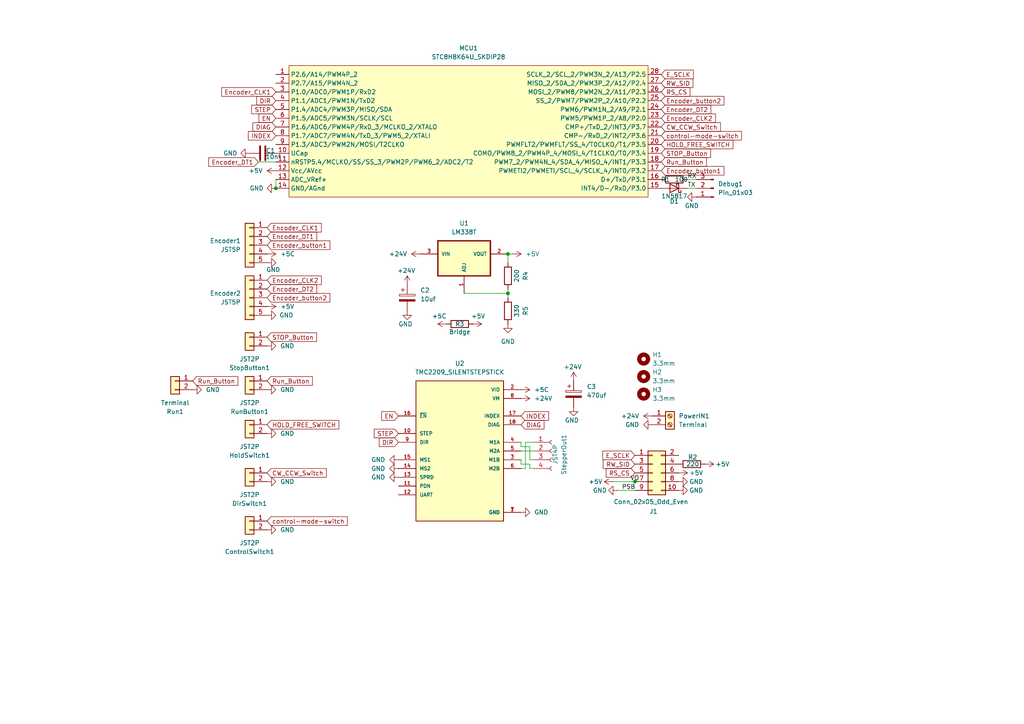
<source format=kicad_sch>
(kicad_sch (version 20231120) (generator "eeschema") (generator_version "8.0")
  (paper "A4")
  (lib_symbols
    (symbol "Connector:Conn_01x03_Pin" (pin_names (offset 1.016) hide)
      (property "Reference" "J" (at 0 5.08 0))
      (property "Value" "Conn_01x03_Pin" (at 0 -5.08 0))
      (symbol "Conn_01x03_Pin_1_1"
        (polyline (pts (xy 1.27 -2.54) (xy 0.8636 -2.54)) (stroke (width 0.1524)))
        (polyline (pts (xy 1.27 0) (xy 0.8636 0)) (stroke (width 0.1524)))
        (polyline (pts (xy 1.27 2.54) (xy 0.8636 2.54)) (stroke (width 0.1524)))
        (rectangle (start 0.8636 -2.413) (end 0 -2.667) (stroke (width 0.1524)) (fill (type outline)))
        (rectangle (start 0.8636 0.127) (end 0 -0.127) (stroke (width 0.1524)) (fill (type outline)))
        (rectangle (start 0.8636 2.667) (end 0 2.413) (stroke (width 0.1524)) (fill (type outline)))
        (pin passive line (at 5.08 2.54 180) (length 3.81) (name "Pin_1") (number "1"))
        (pin passive line (at 5.08 0 180) (length 3.81) (name "Pin_2") (number "2"))
        (pin passive line (at 5.08 -2.54 180) (length 3.81) (name "Pin_3") (number "3"))
      )
    )
    (symbol "Connector:Conn_01x04_Socket" (pin_names (offset 1.016) hide)
      (property "Reference" "J" (at 0 5.08 0))
      (property "Value" "Conn_01x04_Socket" (at 0 -7.62 0))
      (symbol "Conn_01x04_Socket_1_1"
        (arc (start 0 -4.572) (mid -0.5058 -5.08) (end 0 -5.588) (stroke (width 0.1524)))
        (arc (start 0 -2.032) (mid -0.5058 -2.54) (end 0 -3.048) (stroke (width 0.1524)))
        (polyline (pts (xy -1.27 -5.08) (xy -0.508 -5.08)) (stroke (width 0.1524)))
        (polyline (pts (xy -1.27 -2.54) (xy -0.508 -2.54)) (stroke (width 0.1524)))
        (polyline (pts (xy -1.27 0) (xy -0.508 0)) (stroke (width 0.1524)))
        (polyline (pts (xy -1.27 2.54) (xy -0.508 2.54)) (stroke (width 0.1524)))
        (arc (start 0 0.508) (mid -0.5058 0) (end 0 -0.508) (stroke (width 0.1524)))
        (arc (start 0 3.048) (mid -0.5058 2.54) (end 0 2.032) (stroke (width 0.1524)))
        (pin passive line (at -5.08 2.54 0) (length 3.81) (name "Pin_1") (number "1"))
        (pin passive line (at -5.08 0 0) (length 3.81) (name "Pin_2") (number "2"))
        (pin passive line (at -5.08 -2.54 0) (length 3.81) (name "Pin_3") (number "3"))
        (pin passive line (at -5.08 -5.08 0) (length 3.81) (name "Pin_4") (number "4"))
      )
    )
    (symbol "Connector:Screw_Terminal_01x02" (pin_names (offset 1.016) hide)
      (property "Reference" "J" (at 0 2.54 0))
      (property "Value" "Screw_Terminal_01x02" (at 0 -5.08 0))
      (symbol "Screw_Terminal_01x02_1_1"
        (rectangle (start -1.27 1.27) (end 1.27 -3.81) (stroke (width 0.254)) (fill (type background)))
        (circle (center 0 -2.54) (radius 0.635) (stroke (width 0.1524)))
        (polyline (pts (xy -0.5334 -2.2098) (xy 0.3302 -3.048)) (stroke (width 0.1524)))
        (polyline (pts (xy -0.5334 0.3302) (xy 0.3302 -0.508)) (stroke (width 0.1524)))
        (polyline (pts (xy -0.3556 -2.032) (xy 0.508 -2.8702)) (stroke (width 0.1524)))
        (polyline (pts (xy -0.3556 0.508) (xy 0.508 -0.3302)) (stroke (width 0.1524)))
        (circle (center 0 0) (radius 0.635) (stroke (width 0.1524)))
        (pin passive line (at -5.08 0 0) (length 3.81) (name "Pin_1") (number "1"))
        (pin passive line (at -5.08 -2.54 0) (length 3.81) (name "Pin_2") (number "2"))
      )
    )
    (symbol "Connector_Generic:Conn_01x02" (pin_names (offset 1.016) hide)
      (property "Reference" "J" (at 0 2.54 0))
      (property "Value" "Conn_01x02" (at 0 -5.08 0))
      (symbol "Conn_01x02_1_1"
        (rectangle (start -1.27 -2.413) (end 0 -2.667) (stroke (width 0.1524)))
        (rectangle (start -1.27 0.127) (end 0 -0.127) (stroke (width 0.1524)))
        (rectangle (start -1.27 1.27) (end 1.27 -3.81) (stroke (width 0.254)) (fill (type background)))
        (pin passive line (at -5.08 0 0) (length 3.81) (name "Pin_1") (number "1"))
        (pin passive line (at -5.08 -2.54 0) (length 3.81) (name "Pin_2") (number "2"))
      )
    )
    (symbol "Connector_Generic:Conn_01x05" (pin_names (offset 1.016) hide)
      (property "Reference" "J" (at 0 7.62 0))
      (property "Value" "Conn_01x05" (at 0 -7.62 0))
      (symbol "Conn_01x05_1_1"
        (rectangle (start -1.27 -4.953) (end 0 -5.207) (stroke (width 0.1524)))
        (rectangle (start -1.27 -2.413) (end 0 -2.667) (stroke (width 0.1524)))
        (rectangle (start -1.27 0.127) (end 0 -0.127) (stroke (width 0.1524)))
        (rectangle (start -1.27 2.667) (end 0 2.413) (stroke (width 0.1524)))
        (rectangle (start -1.27 5.207) (end 0 4.953) (stroke (width 0.1524)))
        (rectangle (start -1.27 6.35) (end 1.27 -6.35) (stroke (width 0.254)) (fill (type background)))
        (pin passive line (at -5.08 5.08 0) (length 3.81) (name "Pin_1") (number "1"))
        (pin passive line (at -5.08 2.54 0) (length 3.81) (name "Pin_2") (number "2"))
        (pin passive line (at -5.08 0 0) (length 3.81) (name "Pin_3") (number "3"))
        (pin passive line (at -5.08 -2.54 0) (length 3.81) (name "Pin_4") (number "4"))
        (pin passive line (at -5.08 -5.08 0) (length 3.81) (name "Pin_5") (number "5"))
      )
    )
    (symbol "Connector_Generic:Conn_02x05_Odd_Even" (pin_names (offset 1.016) hide)
      (property "Reference" "J" (at 1.27 7.62 0))
      (property "Value" "Conn_02x05_Odd_Even" (at 1.27 -7.62 0))
      (symbol "Conn_02x05_Odd_Even_1_1"
        (rectangle (start -1.27 -4.953) (end 0 -5.207) (stroke (width 0.1524)))
        (rectangle (start -1.27 -2.413) (end 0 -2.667) (stroke (width 0.1524)))
        (rectangle (start -1.27 0.127) (end 0 -0.127) (stroke (width 0.1524)))
        (rectangle (start -1.27 2.667) (end 0 2.413) (stroke (width 0.1524)))
        (rectangle (start -1.27 5.207) (end 0 4.953) (stroke (width 0.1524)))
        (rectangle (start -1.27 6.35) (end 3.81 -6.35) (stroke (width 0.254)) (fill (type background)))
        (rectangle (start 3.81 -4.953) (end 2.54 -5.207) (stroke (width 0.1524)))
        (rectangle (start 3.81 -2.413) (end 2.54 -2.667) (stroke (width 0.1524)))
        (rectangle (start 3.81 0.127) (end 2.54 -0.127) (stroke (width 0.1524)))
        (rectangle (start 3.81 2.667) (end 2.54 2.413) (stroke (width 0.1524)))
        (rectangle (start 3.81 5.207) (end 2.54 4.953) (stroke (width 0.1524)))
        (pin passive line (at -5.08 5.08 0) (length 3.81) (name "Pin_1") (number "1"))
        (pin passive line (at 7.62 -5.08 180) (length 3.81) (name "Pin_10") (number "10"))
        (pin passive line (at 7.62 5.08 180) (length 3.81) (name "Pin_2") (number "2"))
        (pin passive line (at -5.08 2.54 0) (length 3.81) (name "Pin_3") (number "3"))
        (pin passive line (at 7.62 2.54 180) (length 3.81) (name "Pin_4") (number "4"))
        (pin passive line (at -5.08 0 0) (length 3.81) (name "Pin_5") (number "5"))
        (pin passive line (at 7.62 0 180) (length 3.81) (name "Pin_6") (number "6"))
        (pin passive line (at -5.08 -2.54 0) (length 3.81) (name "Pin_7") (number "7"))
        (pin passive line (at 7.62 -2.54 180) (length 3.81) (name "Pin_8") (number "8"))
        (pin passive line (at -5.08 -5.08 0) (length 3.81) (name "Pin_9") (number "9"))
      )
    )
    (symbol "Device:C" (pin_numbers hide) (pin_names (offset 0.254))
      (property "Reference" "C" (at 0.635 2.54 0))
      (property "Value" "C" (at 0.635 -2.54 0))
      (symbol "C_0_1"
        (polyline (pts (xy -2.032 -0.762) (xy 2.032 -0.762)) (stroke (width 0.508)))
        (polyline (pts (xy -2.032 0.762) (xy 2.032 0.762)) (stroke (width 0.508)))
      )
      (symbol "C_1_1"
        (pin passive line (at 0 3.81 270) (length 2.794) (name "~") (number "1"))
        (pin passive line (at 0 -3.81 90) (length 2.794) (name "~") (number "2"))
      )
    )
    (symbol "Device:C_Polarized" (pin_numbers hide) (pin_names (offset 0.254))
      (property "Reference" "C" (at 0.635 2.54 0))
      (property "Value" "C_Polarized" (at 0.635 -2.54 0))
      (symbol "C_Polarized_0_1"
        (rectangle (start -2.286 0.508) (end 2.286 1.016))
        (polyline (pts (xy -1.778 2.286) (xy -0.762 2.286)))
        (polyline (pts (xy -1.27 2.794) (xy -1.27 1.778)))
        (rectangle (start 2.286 -0.508) (end -2.286 -1.016) (fill (type outline)))
      )
      (symbol "C_Polarized_1_1"
        (pin passive line (at 0 3.81 270) (length 2.794) (name "~") (number "1"))
        (pin passive line (at 0 -3.81 90) (length 2.794) (name "~") (number "2"))
      )
    )
    (symbol "Device:R" (pin_numbers hide) (pin_names (offset 0))
      (property "Reference" "R" (at 2.032 0 90))
      (property "Value" "R" (at 0 0 90))
      (symbol "R_0_1"
        (rectangle (start -1.016 -2.54) (end 1.016 2.54) (stroke (width 0.254)))
      )
      (symbol "R_1_1"
        (pin passive line (at 0 3.81 270) (length 1.27) (name "~") (number "1"))
        (pin passive line (at 0 -3.81 90) (length 1.27) (name "~") (number "2"))
      )
    )
    (symbol "Diode:1N5817" (pin_numbers hide) (pin_names (offset 1.016) hide)
      (property "Reference" "D" (at 0 2.54 0))
      (property "Value" "1N5817" (at 0 -2.54 0))
      (symbol "1N5817_0_1"
        (polyline (pts (xy 1.27 0) (xy -1.27 0)))
        (polyline (pts (xy 1.27 1.27) (xy 1.27 -1.27) (xy -1.27 0) (xy 1.27 1.27)) (stroke (width 0.254)))
        (polyline (pts (xy -1.905 0.635) (xy -1.905 1.27) (xy -1.27 1.27) (xy -1.27 -1.27) (xy -0.635 -1.27) (xy -0.635 -0.635)) (stroke (width 0.254)))
      )
      (symbol "1N5817_1_1"
        (pin passive line (at -3.81 0 0) (length 2.54) (name "K") (number "1"))
        (pin passive line (at 3.81 0 180) (length 2.54) (name "A") (number "2"))
      )
    )
    (symbol "LM338T:LM338T" (pin_names (offset 1.016))
      (property "Reference" "U" (at -7.366 5.588 0))
      (property "Value" "LM338T" (at 0.254 5.842 0))
      (symbol "LM338T_0_0"
        (rectangle (start -7.62 5.08) (end 7.62 -5.08) (stroke (width 0.41)) (fill (type background)))
        (pin input line (at 0 -10.16 90) (length 5.08) (name "ADJ") (number "1"))
        (pin output line (at 12.7 1.27 180) (length 5.08) (name "VOUT") (number "2"))
        (pin input line (at -12.7 1.27 0) (length 5.08) (name "VIN") (number "3"))
      )
    )
    (symbol "Mechanical:MountingHole" (pin_names (offset 1.016)) (exclude_from_sim yes) (in_bom no)
      (property "Reference" "H" (at 0 5.08 0))
      (property "Value" "MountingHole" (at 0 3.175 0))
      (symbol "MountingHole_0_1"
        (circle (center 0 0) (radius 1.27) (stroke (width 1.27)))
      )
    )
    (symbol "STC8H8K64U_SKDIP28:STC8H8K64U_SKDIP28"
      (property "Reference" "MCU" (at 0.508 21.844 0))
      (property "Value" "STC8H8K64U_SKDIP28" (at 0.254 23.622 0))
      (symbol "STC8H8K64U_SKDIP28_1_1"
        (rectangle (start -54.61 20.32) (end 49.53 -17.78) (fill (type background)))
        (pin bidirectional line (at -58.42 17.78 0) (length 3.81) (name "P2.6/A14/PWM4P_2") (number "1"))
        (pin input line (at -58.42 -5.08 0) (length 3.81) (name "UCap") (number "10"))
        (pin bidirectional line (at -58.42 -7.62 0) (length 3.81) (name "nRSTP5.4/MCLKO/SS/SS_3/PWM2P/PWM6_2/ADC2/T2") (number "11"))
        (pin power_in line (at -58.42 -10.16 0) (length 3.81) (name "Vcc/AVcc") (number "12"))
        (pin input line (at -58.42 -12.7 0) (length 3.81) (name "ADC_VRef+") (number "13"))
        (pin power_in line (at -58.42 -15.24 0) (length 3.81) (name "GND/AGnd") (number "14"))
        (pin bidirectional line (at 53.34 -15.24 180) (length 3.81) (name "INT4/D-/RxD/P3.0") (number "15"))
        (pin bidirectional line (at 53.34 -12.7 180) (length 3.81) (name "D+/TxD/P3.1") (number "16"))
        (pin bidirectional line (at 53.34 -10.16 180) (length 3.81) (name "PWMETI2/PWMETI/SCL_4/SCLK_4/INT0/P3.2") (number "17"))
        (pin bidirectional line (at 53.34 -7.62 180) (length 3.81) (name "PWM7_2/PWM4N_4/SDA_4/MISO_4/INT1/P3.3") (number "18"))
        (pin bidirectional line (at 53.34 -5.08 180) (length 3.81) (name "COMO/PWM8_2/PWM4P_4/MOSI_4/T1CLKO/T0/P3.4") (number "19"))
        (pin bidirectional line (at -58.42 15.24 0) (length 3.81) (name "P2.7/A15/PWM4N_2") (number "2"))
        (pin bidirectional line (at 53.34 -2.54 180) (length 3.81) (name "PWMFLT2/PWMFLT/SS_4/T0CLKO/T1/P3.5") (number "20"))
        (pin bidirectional line (at 53.34 0 180) (length 3.81) (name "CMP-/RxD_2/INT2/P3.6") (number "21"))
        (pin bidirectional line (at 53.34 2.54 180) (length 3.81) (name "CMP+/TxD_2/INT3/P3.7") (number "22"))
        (pin bidirectional line (at 53.34 5.08 180) (length 3.81) (name "PWM5/PWM1P_2/A8/P2.0") (number "23"))
        (pin bidirectional line (at 53.34 7.62 180) (length 3.81) (name "PWM6/PWM1N_2/A9/P2.1") (number "24"))
        (pin bidirectional line (at 53.34 10.16 180) (length 3.81) (name "SS_2/PWM7/PWM2P_2/A10/P2.2") (number "25"))
        (pin bidirectional line (at 53.34 12.7 180) (length 3.81) (name "MOSI_2/PWM8/PWM2N_2/A11/P2.3") (number "26"))
        (pin bidirectional line (at 53.34 15.24 180) (length 3.81) (name "MISO_2/SDA_2/PWM3P_2/A12/P2.4") (number "27"))
        (pin bidirectional line (at 53.34 17.78 180) (length 3.81) (name "SCLK_2/SCL_2/PWM3N_2/A13/P2.5") (number "28"))
        (pin bidirectional line (at -58.42 12.7 0) (length 3.81) (name "P1.0/ADC0/PWM1P/RxD2") (number "3"))
        (pin bidirectional line (at -58.42 10.16 0) (length 3.81) (name "P1.1/ADC1/PWM1N/TxD2") (number "4"))
        (pin bidirectional line (at -58.42 7.62 0) (length 3.81) (name "P1.4/ADC4/PWM3P/MISO/SDA") (number "5"))
        (pin bidirectional line (at -58.42 5.08 0) (length 3.81) (name "P1.5/ADC5/PWM3N/SCLK/SCL") (number "6"))
        (pin bidirectional line (at -58.42 2.54 0) (length 3.81) (name "P1.6/ADC6/PWM4P/RxD_3/MCLKO_2/XTALO") (number "7"))
        (pin bidirectional line (at -58.42 0 0) (length 3.81) (name "P1.7/ADC7/PWM4N/TxD_3/PWM5_2/XTALI") (number "8"))
        (pin bidirectional line (at -58.42 -2.54 0) (length 3.81) (name "P1.3/ADC3/PWM2N/MOSI/T2CLKO") (number "9"))
      )
    )
    (symbol "TMC2209_SILENTSTEPSTICK:TMC2209_SILENTSTEPSTICK" (pin_names (offset 1.016))
      (property "Reference" "U" (at -12.7 22.86 0))
      (property "Value" "TMC2209_SILENTSTEPSTICK" (at -12.7 -22.86 0))
      (symbol "TMC2209_SILENTSTEPSTICK_0_0"
        (rectangle (start -12.7 -20.32) (end 12.7 20.32) (stroke (width 0.254)) (fill (type background)))
        (pin power_in line (at 17.78 -17.78 180) (length 5.08) (name "GND") (number "1"))
        (pin input line (at -17.78 5.08 0) (length 5.08) (name "STEP") (number "10"))
        (pin bidirectional line (at -17.78 -10.16 0) (length 5.08) (name "PDN") (number "11"))
        (pin bidirectional line (at -17.78 -12.7 0) (length 5.08) (name "UART") (number "12"))
        (pin input line (at -17.78 -7.62 0) (length 5.08) (name "SPRD") (number "13"))
        (pin input line (at -17.78 -5.08 0) (length 5.08) (name "MS2") (number "14"))
        (pin input line (at -17.78 -2.54 0) (length 5.08) (name "MS1") (number "15"))
        (pin input line (at -17.78 10.16 0) (length 5.08) (name "~{EN}") (number "16"))
        (pin output line (at 17.78 10.16 180) (length 5.08) (name "INDEX") (number "17"))
        (pin output line (at 17.78 7.62 180) (length 5.08) (name "DIAG") (number "18"))
        (pin power_in line (at 17.78 17.78 180) (length 5.08) (name "VIO") (number "2"))
        (pin output line (at 17.78 -2.54 180) (length 5.08) (name "M1B") (number "3"))
        (pin output line (at 17.78 2.54 180) (length 5.08) (name "M1A") (number "4"))
        (pin output line (at 17.78 0 180) (length 5.08) (name "M2A") (number "5"))
        (pin output line (at 17.78 -5.08 180) (length 5.08) (name "M2B") (number "6"))
        (pin power_in line (at 17.78 -17.78 180) (length 5.08) (name "GND") (number "7"))
        (pin power_in line (at 17.78 15.24 180) (length 5.08) (name "VM") (number "8"))
        (pin input line (at -17.78 2.54 0) (length 5.08) (name "DIR") (number "9"))
      )
    )
    (symbol "power:+24V" (power) (pin_numbers hide) (pin_names (offset 0) hide)
      (property "Value" "+24V" (at 0 3.556 0))
      (symbol "+24V_0_1"
        (polyline (pts (xy -0.762 1.27) (xy 0 2.54)))
        (polyline (pts (xy 0 0) (xy 0 2.54)))
        (polyline (pts (xy 0 2.54) (xy 0.762 1.27)))
      )
      (symbol "+24V_1_1"
        (pin power_in line (at 0 0 90) (length 0) (name "~") (number "1"))
      )
    )
    (symbol "power:+5C" (power) (pin_numbers hide) (pin_names (offset 0) hide)
      (property "Value" "+5C" (at 0 3.556 0))
      (symbol "+5C_0_1"
        (polyline (pts (xy -0.762 1.27) (xy 0 2.54)))
        (polyline (pts (xy 0 0) (xy 0 2.54)))
        (polyline (pts (xy 0 2.54) (xy 0.762 1.27)))
      )
      (symbol "+5C_1_1"
        (pin power_in line (at 0 0 90) (length 0) (name "~") (number "1"))
      )
    )
    (symbol "power:+5V" (power) (pin_numbers hide) (pin_names (offset 0) hide)
      (property "Value" "+5V" (at 0 3.556 0))
      (symbol "+5V_0_1"
        (polyline (pts (xy -0.762 1.27) (xy 0 2.54)))
        (polyline (pts (xy 0 0) (xy 0 2.54)))
        (polyline (pts (xy 0 2.54) (xy 0.762 1.27)))
      )
      (symbol "+5V_1_1"
        (pin power_in line (at 0 0 90) (length 0) (name "~") (number "1"))
      )
    )
    (symbol "power:GND" (power) (pin_numbers hide) (pin_names (offset 0) hide)
      (property "Value" "GND" (at 0 -3.81 0))
      (symbol "GND_0_1"
        (polyline (pts (xy 0 0) (xy 0 -1.27) (xy 1.27 -1.27) (xy 0 -2.54) (xy -1.27 -1.27) (xy 0 -1.27)))
      )
      (symbol "GND_1_1"
        (pin power_in line (at 0 0 270) (length 0) (name "~") (number "1"))
      )
    )
  )
  (junction (at 80.01 54.61))
  (junction (at 184.15 139.7))
  (junction (at 147.32 85.09))
  (junction (at 147.32 73.66))
  (wire (pts (xy 147.32 73.66) (xy 147.32 76.2)))
  (wire (pts (xy 151.13 133.35) (xy 151.13 134.62)))
  (wire (pts (xy 151.13 129.54) (xy 153.67 129.54)))
  (wire (pts (xy 199.39 52.07) (xy 201.93 52.07)))
  (wire (pts (xy 152.4 128.27) (xy 154.94 128.27)))
  (wire (pts (xy 151.13 130.81) (xy 154.94 130.81)))
  (wire (pts (xy 153.67 133.35) (xy 154.94 133.35)))
  (wire (pts (xy 153.67 135.89) (xy 154.94 135.89)))
  (wire (pts (xy 185.42 139.7) (xy 184.15 139.7)))
  (wire (pts (xy 153.67 134.62) (xy 153.67 135.89)))
  (wire (pts (xy 184.15 142.24) (xy 179.07 142.24)))
  (wire (pts (xy 74.93 46.99) (xy 80.01 46.99)))
  (wire (pts (xy 80.01 52.07) (xy 80.01 54.61)))
  (wire (pts (xy 134.62 85.09) (xy 147.32 85.09)))
  (wire (pts (xy 199.39 54.61) (xy 201.93 54.61)))
  (wire (pts (xy 151.13 135.89) (xy 152.4 135.89)))
  (wire (pts (xy 151.13 134.62) (xy 153.67 134.62)))
  (wire (pts (xy 151.13 128.27) (xy 151.13 129.54)))
  (wire (pts (xy 148.59 73.66) (xy 147.32 73.66)))
  (wire (pts (xy 152.4 135.89) (xy 152.4 128.27)))
  (wire (pts (xy 153.67 129.54) (xy 153.67 133.35)))
  (wire (pts (xy 147.32 85.09) (xy 147.32 86.36)))
  (wire (pts (xy 184.15 139.7) (xy 177.8 139.7)))
  (wire (pts (xy 147.32 85.09) (xy 147.32 83.82)))
  (label "PSB" (at 180.34 142.24 0))
  (label "VO" (at 185.42 139.7 180))
  (label "TX" (at 199.39 54.61 0))
  (label "RX" (at 199.39 52.07 0))
  (global_label "HOLD_FREE_SWITCH" (shape input) (at 77.47 123.19 0) (property "Intersheetrefs" "${INTERSHEET_REFS}" (effects (hide yes))))
  (global_label "DIR" (shape input) (at 80.01 29.21 180) (property "Intersheetrefs" "${INTERSHEET_REFS}" (effects (hide yes))))
  (global_label "RS_CS" (shape input) (at 191.77 26.67 0) (property "Intersheetrefs" "${INTERSHEET_REFS}" (effects (hide yes))))
  (global_label "DIR" (shape input) (at 115.57 128.27 180) (property "Intersheetrefs" "${INTERSHEET_REFS}" (effects (hide yes))))
  (global_label "RS_CS" (shape input) (at 184.15 137.16 180) (property "Intersheetrefs" "${INTERSHEET_REFS}" (effects (hide yes))))
  (global_label "Encoder_CLK1" (shape input) (at 80.01 26.67 180) (property "Intersheetrefs" "${INTERSHEET_REFS}" (effects (hide yes))))
  (global_label "STEP" (shape input) (at 115.57 125.73 180) (property "Intersheetrefs" "${INTERSHEET_REFS}" (effects (hide yes))))
  (global_label "HOLD_FREE_SWITCH" (shape input) (at 191.77 41.91 0) (property "Intersheetrefs" "${INTERSHEET_REFS}" (effects (hide yes))))
  (global_label "Run_Button" (shape input) (at 55.88 110.49 0) (property "Intersheetrefs" "${INTERSHEET_REFS}" (effects (hide yes))))
  (global_label "Encoder_DT2" (shape input) (at 191.77 31.75 0) (property "Intersheetrefs" "${INTERSHEET_REFS}" (effects (hide yes))))
  (global_label "EN" (shape input) (at 115.57 120.65 180) (property "Intersheetrefs" "${INTERSHEET_REFS}" (effects (hide yes))))
  (global_label "Encoder_button2" (shape input) (at 191.77 29.21 0) (property "Intersheetrefs" "${INTERSHEET_REFS}" (effects (hide yes))))
  (global_label "INDEX" (shape input) (at 80.01 39.37 180) (property "Intersheetrefs" "${INTERSHEET_REFS}" (effects (hide yes))))
  (global_label "CW_CCW_Switch" (shape input) (at 77.47 137.16 0) (property "Intersheetrefs" "${INTERSHEET_REFS}" (effects (hide yes))))
  (global_label "Encoder_DT1" (shape input) (at 74.93 46.99 180) (property "Intersheetrefs" "${INTERSHEET_REFS}" (effects (hide yes))))
  (global_label "Encoder_CLK2" (shape input) (at 191.77 34.29 0) (property "Intersheetrefs" "${INTERSHEET_REFS}" (effects (hide yes))))
  (global_label "Encoder_button2" (shape input) (at 77.47 86.36 0) (property "Intersheetrefs" "${INTERSHEET_REFS}" (effects (hide yes))))
  (global_label "STEP" (shape input) (at 80.01 31.75 180) (property "Intersheetrefs" "${INTERSHEET_REFS}" (effects (hide yes))))
  (global_label "EN" (shape input) (at 80.01 34.29 180) (property "Intersheetrefs" "${INTERSHEET_REFS}" (effects (hide yes))))
  (global_label "control-mode-switch" (shape input) (at 77.47 151.13 0) (property "Intersheetrefs" "${INTERSHEET_REFS}" (effects (hide yes))))
  (global_label "control-mode-switch" (shape input) (at 191.77 39.37 0) (property "Intersheetrefs" "${INTERSHEET_REFS}" (effects (hide yes))))
  (global_label "Encoder_button1" (shape input) (at 191.77 49.53 0) (property "Intersheetrefs" "${INTERSHEET_REFS}" (effects (hide yes))))
  (global_label "Encoder_CLK2" (shape input) (at 77.47 81.28 0) (property "Intersheetrefs" "${INTERSHEET_REFS}" (effects (hide yes))))
  (global_label "Encoder_button1" (shape input) (at 77.47 71.12 0) (property "Intersheetrefs" "${INTERSHEET_REFS}" (effects (hide yes))))
  (global_label "Encoder_DT1" (shape input) (at 77.47 68.58 0) (property "Intersheetrefs" "${INTERSHEET_REFS}" (effects (hide yes))))
  (global_label "E_SCLK" (shape input) (at 191.77 21.59 0) (property "Intersheetrefs" "${INTERSHEET_REFS}" (effects (hide yes))))
  (global_label "DIAG" (shape input) (at 80.01 36.83 180) (property "Intersheetrefs" "${INTERSHEET_REFS}" (effects (hide yes))))
  (global_label "INDEX" (shape input) (at 151.13 120.65 0) (property "Intersheetrefs" "${INTERSHEET_REFS}" (effects (hide yes))))
  (global_label "STOP_Button" (shape input) (at 191.77 44.45 0) (property "Intersheetrefs" "${INTERSHEET_REFS}" (effects (hide yes))))
  (global_label "Encoder_DT2" (shape input) (at 77.47 83.82 0) (property "Intersheetrefs" "${INTERSHEET_REFS}" (effects (hide yes))))
  (global_label "RW_SID" (shape input) (at 191.77 24.13 0) (property "Intersheetrefs" "${INTERSHEET_REFS}" (effects (hide yes))))
  (global_label "CW_CCW_Switch" (shape input) (at 191.77 36.83 0) (property "Intersheetrefs" "${INTERSHEET_REFS}" (effects (hide yes))))
  (global_label "RW_SID" (shape input) (at 184.15 134.62 180) (property "Intersheetrefs" "${INTERSHEET_REFS}" (effects (hide yes))))
  (global_label "Run_Button" (shape input) (at 77.47 110.49 0) (property "Intersheetrefs" "${INTERSHEET_REFS}" (effects (hide yes))))
  (global_label "Run_Button" (shape input) (at 191.77 46.99 0) (property "Intersheetrefs" "${INTERSHEET_REFS}" (effects (hide yes))))
  (global_label "STOP_Button" (shape input) (at 77.47 97.79 0) (property "Intersheetrefs" "${INTERSHEET_REFS}" (effects (hide yes))))
  (global_label "DIAG" (shape input) (at 151.13 123.19 0) (property "Intersheetrefs" "${INTERSHEET_REFS}" (effects (hide yes))))
  (global_label "Encoder_CLK1" (shape input) (at 77.47 66.04 0) (property "Intersheetrefs" "${INTERSHEET_REFS}" (effects (hide yes))))
  (global_label "E_SCLK" (shape input) (at 184.15 132.08 180) (property "Intersheetrefs" "${INTERSHEET_REFS}" (effects (hide yes))))
  (symbol (lib_id "Connector_Generic:Conn_01x02") (at 50.8 110.49 0) (mirror y) (unit 1)
    (property "Reference" "Run1" (at 50.8 119.38 0))
    (property "Value" "Terminal" (at 50.8 116.84 0))
    (property "Footprint" "TerminalBlock:TerminalBlock_bornier-2_P5.08mm" (effects (hide yes)))
    (property "Description" "Generic connector, single row, 01x02, script generated (kicad-library-utils/schlib/autogen/connector/)" (effects (hide yes)))
  )
  (symbol (lib_id "power:GND") (at 77.47 91.44 90) (mirror x) (unit 1)
    (property "Reference" "#PWR05" (effects (hide yes)))
    (property "Value" "GND" (at 83.058 91.44 90))
    (property "Description" "Power symbol creates a global label with name \"GND\" , ground" (effects (hide yes)))
  )
  (symbol (lib_id "power:+5V") (at 177.8 139.7 90) (unit 1)
    (property "Reference" "#PWR022" (effects (hide yes)))
    (property "Value" "+5V" (at 172.72 139.7 90))
    (property "Description" "Power symbol creates a global label with name \"+5V\"" (effects (hide yes)))
  )
  (symbol (lib_id "Connector:Screw_Terminal_01x02") (at 194.31 120.65 0) (unit 1)
    (property "Reference" "PowerIN1" (at 196.85 120.6499 0) (effects (justify left)))
    (property "Value" "Terminal" (at 196.85 123.1899 0) (effects (justify left)))
    (property "Footprint" "TerminalBlock:TerminalBlock_bornier-2_P5.08mm" (effects (hide yes)))
    (property "Description" "Generic screw terminal, single row, 01x02, script generated (kicad-library-utils/schlib/autogen/connector/)" (effects (hide yes)))
  )
  (symbol (lib_id "power:GND") (at 115.57 133.35 270) (unit 1)
    (property "Reference" "#PWR028" (effects (hide yes)))
    (property "Value" "GND" (at 111.76 133.3499 90) (effects (justify right)))
    (property "Description" "Power symbol creates a global label with name \"GND\" , ground" (effects (hide yes)))
  )
  (symbol (lib_id "Device:C") (at 76.2 44.45 90) (unit 1)
    (property "Reference" "C1" (at 78.486 43.688 90))
    (property "Value" "10nf" (at 79.248 45.466 90))
    (property "Footprint" "Resistor_THT:R_Axial_DIN0207_L6.3mm_D2.5mm_P7.62mm_Horizontal" (effects (hide yes)))
    (property "Description" "Unpolarized capacitor" (effects (hide yes)))
  )
  (symbol (lib_id "Connector_Generic:Conn_01x02") (at 72.39 123.19 0) (mirror y) (unit 1)
    (property "Reference" "HoldSwitch1" (at 72.39 132.08 0))
    (property "Value" "JST2P" (at 72.39 129.54 0))
    (property "Footprint" "Connector_JST:JST_EH_B2B-EH-A_1x02_P2.50mm_Vertical" (effects (hide yes)))
    (property "Description" "Generic connector, single row, 01x02, script generated (kicad-library-utils/schlib/autogen/connector/)" (effects (hide yes)))
  )
  (symbol (lib_id "power:+24V") (at 121.92 73.66 90) (unit 1)
    (property "Reference" "#PWR017" (effects (hide yes)))
    (property "Value" "+24V" (at 118.11 73.6599 90) (effects (justify left)))
    (property "Description" "Power symbol creates a global label with name \"+24V\"" (effects (hide yes)))
  )
  (symbol (lib_id "Connector_Generic:Conn_01x05") (at 72.39 71.12 0) (mirror y) (unit 1)
    (property "Reference" "Encoder1" (at 69.85 69.8499 0) (effects (justify left)))
    (property "Value" "JST5P" (at 69.85 72.3899 0) (effects (justify left)))
    (property "Footprint" "Connector_JST:JST_EH_B5B-EH-A_1x05_P2.50mm_Vertical" (effects (hide yes)))
    (property "Description" "Generic connector, single row, 01x05, script generated (kicad-library-utils/schlib/autogen/connector/)" (effects (hide yes)))
  )
  (symbol (lib_id "power:+24V") (at 166.37 110.49 0) (mirror y) (unit 1)
    (property "Reference" "#PWR036" (effects (hide yes)))
    (property "Value" "+24V" (at 166.116 106.426 0))
    (property "Description" "Power symbol creates a global label with name \"+24V\"" (effects (hide yes)))
  )
  (symbol (lib_id "Diode:1N5817") (at 195.58 54.61 180) (unit 1)
    (property "Reference" "D1" (at 195.58 58.42 0))
    (property "Value" "1N5817" (at 195.58 56.896 0))
    (property "Footprint" "Diode_THT:D_DO-41_SOD81_P7.62mm_Horizontal" (effects (hide yes)))
    (property "Datasheet" "http://www.vishay.com/docs/88525/1n5817.pdf" (effects (hide yes)))
    (property "Description" "20V 1A Schottky Barrier Rectifier Diode, DO-41" (effects (hide yes)))
  )
  (symbol (lib_id "STC8H8K64U_SKDIP28:STC8H8K64U_SKDIP28") (at 138.43 39.37 0) (unit 1)
    (property "Reference" "MCU1" (at 135.89 13.97 0))
    (property "Value" "STC8H8K64U_SKDIP28" (at 135.89 16.51 0))
    (property "Footprint" "STC8H8K64U_SKDIP28:SKDIP28" (effects (hide yes)))
    (property "Datasheet" "https://www.stcmicro.com/datasheet/STC8H-en.pdf" (effects (hide yes)))
    (property "Description" "STC8H 64kB, 8kB, Timerx5, UARTx4" (effects (hide yes)))
  )
  (symbol (lib_id "power:GND") (at 151.13 148.59 90) (unit 1)
    (property "Reference" "#PWR035" (effects (hide yes)))
    (property "Value" "GND" (at 154.94 148.5899 90) (effects (justify right)))
    (property "Description" "Power symbol creates a global label with name \"GND\" , ground" (effects (hide yes)))
  )
  (symbol (lib_id "power:+24V") (at 151.13 115.57 270) (unit 1)
    (property "Reference" "#PWR034" (effects (hide yes)))
    (property "Value" "+24V" (at 154.94 115.5699 90) (effects (justify left)))
    (property "Description" "Power symbol creates a global label with name \"+24V\"" (effects (hide yes)))
  )
  (symbol (lib_id "power:GND") (at 179.07 142.24 270) (mirror x) (unit 1)
    (property "Reference" "#PWR024" (effects (hide yes)))
    (property "Value" "GND" (at 173.99 142.24 90))
    (property "Description" "Power symbol creates a global label with name \"GND\" , ground" (effects (hide yes)))
  )
  (symbol (lib_id "power:GND") (at 166.37 118.11 0) (mirror y) (unit 1)
    (property "Reference" "#PWR037" (effects (hide yes)))
    (property "Value" "GND" (at 165.862 121.92 0))
    (property "Description" "Power symbol creates a global label with name \"GND\" , ground" (effects (hide yes)))
  )
  (symbol (lib_id "Device:C_Polarized") (at 166.37 114.3 0) (unit 1)
    (property "Reference" "C3" (at 170.18 112.1409 0) (effects (justify left)))
    (property "Value" "470uf" (at 170.18 114.6809 0) (effects (justify left)))
    (property "Footprint" "Capacitor_THT:CP_Radial_D8.0mm_P3.50mm" (effects (hide yes)))
    (property "Description" "Polarized capacitor" (effects (hide yes)))
  )
  (symbol (lib_id "Device:R") (at 195.58 52.07 90) (unit 1)
    (property "Reference" "R1" (at 193.04 52.07 90))
    (property "Value" "100" (at 197.612 52.07 90))
    (property "Footprint" "Resistor_THT:R_Axial_DIN0207_L6.3mm_D2.5mm_P7.62mm_Horizontal" (effects (hide yes)))
    (property "Description" "Resistor" (effects (hide yes)))
  )
  (symbol (lib_id "Mechanical:MountingHole") (at 186.69 114.3 0) (unit 1) (exclude_from_sim yes) (in_bom no)
    (property "Reference" "H3" (at 189.23 113.0299 0) (effects (justify left)))
    (property "Value" "3.3mm" (at 189.23 115.5699 0) (effects (justify left)))
    (property "Footprint" "MountingHole:MountingHole_3.2mm_M3" (effects (hide yes)))
    (property "Description" "Mounting Hole without connection" (effects (hide yes)))
  )
  (symbol (lib_id "Device:R") (at 133.35 93.98 270) (mirror x) (unit 1)
    (property "Reference" "R3" (at 133.35 93.98 90))
    (property "Value" "Bridge" (at 133.35 96.266 90))
    (property "Footprint" "Resistor_THT:R_Axial_DIN0207_L6.3mm_D2.5mm_P5.08mm_Vertical" (effects (hide yes)))
    (property "Description" "Resistor" (effects (hide yes)))
  )
  (symbol (lib_id "Connector:Conn_01x04_Socket") (at 160.02 130.81 0) (unit 1)
    (property "Reference" "StepperOut1" (at 163.576 131.826 90))
    (property "Value" "JST4P" (at 161.036 131.826 90))
    (property "Footprint" "Connector_JST:JST_EH_B4B-EH-A_1x04_P2.50mm_Vertical" (effects (hide yes)))
    (property "Description" "Generic connector, single row, 01x04, script generated" (effects (hide yes)))
  )
  (symbol (lib_id "power:GND") (at 77.47 139.7 90) (unit 1)
    (property "Reference" "#PWR09" (effects (hide yes)))
    (property "Value" "GND" (at 81.28 139.6999 90) (effects (justify right)))
    (property "Description" "Power symbol creates a global label with name \"GND\" , ground" (effects (hide yes)))
  )
  (symbol (lib_id "power:+5V") (at 196.85 137.16 270) (unit 1)
    (property "Reference" "#PWR020" (effects (hide yes)))
    (property "Value" "+5V" (at 201.93 137.16 90))
    (property "Description" "Power symbol creates a global label with name \"+5V\"" (effects (hide yes)))
  )
  (symbol (lib_id "power:GND") (at 189.23 123.19 270) (unit 1)
    (property "Reference" "#PWR032" (effects (hide yes)))
    (property "Value" "GND" (at 185.42 123.1899 90) (effects (justify right)))
    (property "Description" "Power symbol creates a global label with name \"GND\" , ground" (effects (hide yes)))
  )
  (symbol (lib_id "power:+5C") (at 151.13 113.03 270) (unit 1)
    (property "Reference" "#PWR033" (effects (hide yes)))
    (property "Value" "+5C" (at 154.94 113.0299 90) (effects (justify left)))
    (property "Description" "Power symbol creates a global label with name \"+5C\"" (effects (hide yes)))
  )
  (symbol (lib_id "Device:R") (at 200.66 134.62 90) (mirror x) (unit 1)
    (property "Reference" "R2" (at 200.914 132.588 90))
    (property "Value" "220" (at 200.914 134.62 90))
    (property "Footprint" "Resistor_THT:R_Axial_DIN0207_L6.3mm_D2.5mm_P7.62mm_Horizontal" (effects (hide yes)))
    (property "Description" "Resistor" (effects (hide yes)))
  )
  (symbol (lib_id "Device:R") (at 147.32 90.17 0) (mirror x) (unit 1)
    (property "Reference" "R5" (at 152.4 90.17 90))
    (property "Value" "330" (at 149.86 90.17 90))
    (property "Footprint" "Resistor_THT:R_Axial_DIN0207_L6.3mm_D2.5mm_P7.62mm_Horizontal" (effects (hide yes)))
    (property "Description" "Resistor" (effects (hide yes)))
  )
  (symbol (lib_id "power:+5V") (at 137.16 93.98 270) (unit 1)
    (property "Reference" "#PWR025" (effects (hide yes)))
    (property "Value" "+5V" (at 136.652 91.694 90) (effects (justify left)))
    (property "Description" "Power symbol creates a global label with name \"+5V\"" (effects (hide yes)))
  )
  (symbol (lib_id "Connector:Conn_01x03_Pin") (at 207.01 54.61 180) (unit 1)
    (property "Reference" "Debug1" (at 208.28 53.3399 0) (effects (justify right)))
    (property "Value" "Pin_01x03" (at 208.28 55.8799 0) (effects (justify right)))
    (property "Footprint" "Connector_PinHeader_2.54mm:PinHeader_1x03_P2.54mm_Vertical" (effects (hide yes)))
    (property "Description" "Generic connector, single row, 01x03, script generated" (effects (hide yes)))
  )
  (symbol (lib_id "TMC2209_SILENTSTEPSTICK:TMC2209_SILENTSTEPSTICK") (at 133.35 130.81 0) (unit 1)
    (property "Reference" "U2" (at 133.35 105.41 0))
    (property "Value" "TMC2209_SILENTSTEPSTICK" (at 133.35 107.95 0))
    (property "Footprint" "TMC:MODULE_TMC2209_SILENTSTEPSTICK" (effects (hide yes)))
    (property "MF" "Trinamic Motion Control GmbH" (effects (hide yes)))
    (property "Description_1" "\n                        \n                            TMC2209 Motor Controller/Driver Power Management Evaluation Board\n                        \n" (effects (hide yes)))
    (property "Package" "None" (effects (hide yes)))
    (property "Price" "None" (effects (hide yes)))
    (property "Check_prices" "https://www.snapeda.com/parts/TMC2209%20SILENTSTEPSTICK/Trinamic+Motion+Control+GmbH/view-part/?ref=eda" (effects (hide yes)))
    (property "STANDARD" "Manufacturer Recommendations" (effects (hide yes)))
    (property "PARTREV" "1.20" (effects (hide yes)))
    (property "SnapEDA_Link" "https://www.snapeda.com/parts/TMC2209%20SILENTSTEPSTICK/Trinamic+Motion+Control+GmbH/view-part/?ref=snap" (effects (hide yes)))
    (property "MP" "TMC2209 SILENTSTEPSTICK" (effects (hide yes)))
    (property "MANUFACTURER" "Trinamic Motion Control GmbH" (effects (hide yes)))
    (property "Availability" "In Stock" (effects (hide yes)))
    (property "SNAPEDA_PN" "TMC2209 SILENTSTEPSTICK" (effects (hide yes)))
  )
  (symbol (lib_id "power:+5V") (at 204.47 134.62 270) (unit 1)
    (property "Reference" "#PWR018" (effects (hide yes)))
    (property "Value" "+5V" (at 209.55 134.62 90))
    (property "Description" "Power symbol creates a global label with name \"+5V\"" (effects (hide yes)))
  )
  (symbol (lib_id "power:GND") (at 55.88 113.03 90) (unit 1)
    (property "Reference" "#PWR01" (effects (hide yes)))
    (property "Value" "GND" (at 59.69 113.0299 90) (effects (justify right)))
    (property "Description" "Power symbol creates a global label with name \"GND\" , ground" (effects (hide yes)))
  )
  (symbol (lib_id "power:+5V") (at 148.59 73.66 270) (unit 1)
    (property "Reference" "#PWR027" (effects (hide yes)))
    (property "Value" "+5V" (at 152.4 73.6599 90) (effects (justify left)))
    (property "Description" "Power symbol creates a global label with name \"+5V\"" (effects (hide yes)))
  )
  (symbol (lib_id "Connector_Generic:Conn_01x02") (at 72.39 137.16 0) (mirror y) (unit 1)
    (property "Reference" "DirSwitch1" (at 72.39 146.05 0))
    (property "Value" "JST2P" (at 72.39 143.51 0))
    (property "Footprint" "Connector_JST:JST_EH_B2B-EH-A_1x02_P2.50mm_Vertical" (effects (hide yes)))
    (property "Description" "Generic connector, single row, 01x02, script generated (kicad-library-utils/schlib/autogen/connector/)" (effects (hide yes)))
  )
  (symbol (lib_id "power:+24V") (at 189.23 120.65 90) (unit 1)
    (property "Reference" "#PWR031" (effects (hide yes)))
    (property "Value" "+24V" (at 185.42 120.6499 90) (effects (justify left)))
    (property "Description" "Power symbol creates a global label with name \"+24V\"" (effects (hide yes)))
  )
  (symbol (lib_id "power:GND") (at 201.93 57.15 270) (unit 1)
    (property "Reference" "#PWR016" (effects (hide yes)))
    (property "Value" "GND" (at 200.66 59.69 90))
    (property "Description" "Power symbol creates a global label with name \"GND\" , ground" (effects (hide yes)))
  )
  (symbol (lib_id "power:GND") (at 118.11 90.17 0) (mirror y) (unit 1)
    (property "Reference" "#PWR015" (effects (hide yes)))
    (property "Value" "GND" (at 117.602 93.98 0))
    (property "Description" "Power symbol creates a global label with name \"GND\" , ground" (effects (hide yes)))
  )
  (symbol (lib_id "power:+5C") (at 129.54 93.98 90) (unit 1)
    (property "Reference" "#PWR019" (effects (hide yes)))
    (property "Value" "+5C" (at 129.54 91.694 90) (effects (justify left)))
    (property "Description" "Power symbol creates a global label with name \"+5C\"" (effects (hide yes)))
  )
  (symbol (lib_id "power:GND") (at 77.47 153.67 90) (unit 1)
    (property "Reference" "#PWR010" (effects (hide yes)))
    (property "Value" "GND" (at 81.28 153.6699 90) (effects (justify right)))
    (property "Description" "Power symbol creates a global label with name \"GND\" , ground" (effects (hide yes)))
  )
  (symbol (lib_id "Connector_Generic:Conn_02x05_Odd_Even") (at 189.23 137.16 0) (unit 1)
    (property "Reference" "J1" (at 190.754 148.336 0) (effects (justify right)))
    (property "Value" "Conn_02x05_Odd_Even" (at 199.644 145.542 0) (effects (justify right)))
    (property "Footprint" "Connector_IDC:IDC-Header_2x05_P2.54mm_Vertical" (effects (hide yes)))
    (property "Description" "Generic connector, double row, 02x05, odd/even pin numbering scheme (row 1 odd numbers, row 2 even numbers), script generated (kicad-library-utils/schlib/autogen/connector/)" (effects (hide yes)))
  )
  (symbol (lib_id "Mechanical:MountingHole") (at 186.69 109.22 0) (unit 1) (exclude_from_sim yes) (in_bom no)
    (property "Reference" "H2" (at 189.23 107.9499 0) (effects (justify left)))
    (property "Value" "3.3mm" (at 189.23 110.4899 0) (effects (justify left)))
    (property "Footprint" "MountingHole:MountingHole_3.2mm_M3" (effects (hide yes)))
    (property "Description" "Mounting Hole without connection" (effects (hide yes)))
  )
  (symbol (lib_id "Connector_Generic:Conn_01x02") (at 72.39 97.79 0) (mirror y) (unit 1)
    (property "Reference" "StopButton1" (at 72.39 106.68 0))
    (property "Value" "JST2P" (at 72.39 104.14 0))
    (property "Footprint" "Connector_JST:JST_EH_B2B-EH-A_1x02_P2.50mm_Vertical" (effects (hide yes)))
    (property "Description" "Generic connector, single row, 01x02, script generated (kicad-library-utils/schlib/autogen/connector/)" (effects (hide yes)))
  )
  (symbol (lib_id "power:GND") (at 77.47 125.73 90) (unit 1)
    (property "Reference" "#PWR08" (effects (hide yes)))
    (property "Value" "GND" (at 81.28 125.7299 90) (effects (justify right)))
    (property "Description" "Power symbol creates a global label with name \"GND\" , ground" (effects (hide yes)))
  )
  (symbol (lib_id "power:+24V") (at 118.11 82.55 0) (mirror y) (unit 1)
    (property "Reference" "#PWR014" (effects (hide yes)))
    (property "Value" "+24V" (at 117.856 78.486 0))
    (property "Description" "Power symbol creates a global label with name \"+24V\"" (effects (hide yes)))
  )
  (symbol (lib_id "power:+5V") (at 77.47 88.9 270) (unit 1)
    (property "Reference" "#PWR04" (effects (hide yes)))
    (property "Value" "+5V" (at 81.28 88.8999 90) (effects (justify left)))
    (property "Description" "Power symbol creates a global label with name \"+5V\"" (effects (hide yes)))
  )
  (symbol (lib_id "LM338T:LM338T") (at 134.62 74.93 0) (unit 1)
    (property "Reference" "U1" (at 134.62 64.77 0))
    (property "Value" "LM338T" (at 134.62 67.31 0))
    (property "Footprint" "LM338T:TO254P1054X470X1955-3" (effects (hide yes)))
    (property "MF" "Texas Instruments" (effects (hide yes)))
    (property "Description_1" "\n                        \n                            5-A, 40-V, low-IQ, adjustable linear voltage regulator 3-TO-220 0 to 125\n                        \n" (effects (hide yes)))
    (property "Package" "TO-220-3 Texas Instruments" (effects (hide yes)))
    (property "Price" "None" (effects (hide yes)))
    (property "SnapEDA_Link" "https://www.snapeda.com/parts/LM338T/Texas+Instruments/view-part/?ref=snap" (effects (hide yes)))
    (property "MP" "LM338T" (effects (hide yes)))
    (property "Availability" "In Stock" (effects (hide yes)))
    (property "Check_prices" "https://www.snapeda.com/parts/LM338T/Texas+Instruments/view-part/?ref=eda" (effects (hide yes)))
  )
  (symbol (lib_id "power:GND") (at 115.57 135.89 270) (unit 1)
    (property "Reference" "#PWR029" (effects (hide yes)))
    (property "Value" "GND" (at 111.76 135.8899 90) (effects (justify right)))
    (property "Description" "Power symbol creates a global label with name \"GND\" , ground" (effects (hide yes)))
  )
  (symbol (lib_id "Mechanical:MountingHole") (at 186.69 104.14 0) (unit 1) (exclude_from_sim yes) (in_bom no)
    (property "Reference" "H1" (at 189.23 102.8699 0) (effects (justify left)))
    (property "Value" "3.3mm" (at 189.23 105.4099 0) (effects (justify left)))
    (property "Footprint" "MountingHole:MountingHole_3.2mm_M3" (effects (hide yes)))
    (property "Description" "Mounting Hole without connection" (effects (hide yes)))
  )
  (symbol (lib_id "power:GND") (at 77.47 100.33 90) (unit 1)
    (property "Reference" "#PWR06" (effects (hide yes)))
    (property "Value" "GND" (at 81.28 100.3299 90) (effects (justify right)))
    (property "Description" "Power symbol creates a global label with name \"GND\" , ground" (effects (hide yes)))
  )
  (symbol (lib_id "Device:R") (at 147.32 80.01 0) (mirror x) (unit 1)
    (property "Reference" "R4" (at 152.4 80.01 90))
    (property "Value" "200" (at 149.86 80.01 90))
    (property "Footprint" "Resistor_THT:R_Axial_DIN0207_L6.3mm_D2.5mm_P7.62mm_Horizontal" (effects (hide yes)))
    (property "Description" "Resistor" (effects (hide yes)))
  )
  (symbol (lib_id "power:+5V") (at 80.01 49.53 90) (unit 1)
    (property "Reference" "#PWR012" (effects (hide yes)))
    (property "Value" "+5V" (at 76.2 49.5299 90) (effects (justify left)))
    (property "Description" "Power symbol creates a global label with name \"+5V\"" (effects (hide yes)))
  )
  (symbol (lib_id "power:GND") (at 80.01 54.61 270) (mirror x) (unit 1)
    (property "Reference" "#PWR013" (effects (hide yes)))
    (property "Value" "GND" (at 74.422 54.61 90))
    (property "Description" "Power symbol creates a global label with name \"GND\" , ground" (effects (hide yes)))
  )
  (symbol (lib_id "power:GND") (at 77.47 76.2 90) (mirror x) (unit 1)
    (property "Reference" "#PWR03" (effects (hide yes)))
    (property "Value" "GND" (at 79.248 78.232 90))
    (property "Description" "Power symbol creates a global label with name \"GND\" , ground" (effects (hide yes)))
  )
  (symbol (lib_id "power:GND") (at 196.85 139.7 90) (unit 1)
    (property "Reference" "#PWR021" (effects (hide yes)))
    (property "Value" "GND" (at 201.93 139.7 90))
    (property "Description" "Power symbol creates a global label with name \"GND\" , ground" (effects (hide yes)))
  )
  (symbol (lib_id "Connector_Generic:Conn_01x02") (at 72.39 110.49 0) (mirror y) (unit 1)
    (property "Reference" "RunButton1" (at 72.39 119.38 0))
    (property "Value" "JST2P" (at 72.39 116.84 0))
    (property "Footprint" "Connector_JST:JST_EH_B2B-EH-A_1x02_P2.50mm_Vertical" (effects (hide yes)))
    (property "Description" "Generic connector, single row, 01x02, script generated (kicad-library-utils/schlib/autogen/connector/)" (effects (hide yes)))
  )
  (symbol (lib_id "power:GND") (at 196.85 142.24 90) (unit 1)
    (property "Reference" "#PWR023" (effects (hide yes)))
    (property "Value" "GND" (at 201.93 142.24 90))
    (property "Description" "Power symbol creates a global label with name \"GND\" , ground" (effects (hide yes)))
  )
  (symbol (lib_id "power:GND") (at 77.47 113.03 90) (unit 1)
    (property "Reference" "#PWR07" (effects (hide yes)))
    (property "Value" "GND" (at 81.28 113.0299 90) (effects (justify right)))
    (property "Description" "Power symbol creates a global label with name \"GND\" , ground" (effects (hide yes)))
  )
  (symbol (lib_id "power:GND") (at 72.39 44.45 270) (mirror x) (unit 1)
    (property "Reference" "#PWR011" (effects (hide yes)))
    (property "Value" "GND" (at 66.802 44.45 90))
    (property "Description" "Power symbol creates a global label with name \"GND\" , ground" (effects (hide yes)))
  )
  (symbol (lib_id "Connector_Generic:Conn_01x05") (at 72.39 86.36 0) (mirror y) (unit 1)
    (property "Reference" "Encoder2" (at 69.85 85.0899 0) (effects (justify left)))
    (property "Value" "JST5P" (at 69.85 87.6299 0) (effects (justify left)))
    (property "Footprint" "Connector_JST:JST_EH_B5B-EH-A_1x05_P2.50mm_Vertical" (effects (hide yes)))
    (property "Description" "Generic connector, single row, 01x05, script generated (kicad-library-utils/schlib/autogen/connector/)" (effects (hide yes)))
  )
  (symbol (lib_id "power:GND") (at 115.57 138.43 270) (unit 1)
    (property "Reference" "#PWR030" (effects (hide yes)))
    (property "Value" "GND" (at 111.76 138.4299 90) (effects (justify right)))
    (property "Description" "Power symbol creates a global label with name \"GND\" , ground" (effects (hide yes)))
  )
  (symbol (lib_id "power:GND") (at 147.32 93.98 0) (unit 1)
    (property "Reference" "#PWR026" (effects (hide yes)))
    (property "Value" "GND" (at 147.32 99.06 0))
    (property "Description" "Power symbol creates a global label with name \"GND\" , ground" (effects (hide yes)))
  )
  (symbol (lib_id "power:+5C") (at 77.47 73.66 270) (unit 1)
    (property "Reference" "#PWR02" (effects (hide yes)))
    (property "Value" "+5C" (at 81.28 73.6599 90) (effects (justify left)))
    (property "Description" "Power symbol creates a global label with name \"+5C\"" (effects (hide yes)))
  )
  (symbol (lib_id "Connector_Generic:Conn_01x02") (at 72.39 151.13 0) (mirror y) (unit 1)
    (property "Reference" "ControlSwitch1" (at 72.39 160.02 0))
    (property "Value" "JST2P" (at 72.39 157.48 0))
    (property "Footprint" "Connector_JST:JST_EH_B2B-EH-A_1x02_P2.50mm_Vertical" (effects (hide yes)))
    (property "Description" "Generic connector, single row, 01x02, script generated (kicad-library-utils/schlib/autogen/connector/)" (effects (hide yes)))
  )
  (symbol (lib_id "Device:C_Polarized") (at 118.11 86.36 0) (unit 1)
    (property "Reference" "C2" (at 121.92 84.2009 0) (effects (justify left)))
    (property "Value" "10uf" (at 121.92 86.7409 0) (effects (justify left)))
    (property "Footprint" "Capacitor_THT:CP_Radial_D5.0mm_P2.50mm" (effects (hide yes)))
    (property "Description" "Polarized capacitor" (effects (hide yes)))
  )
)
</source>
